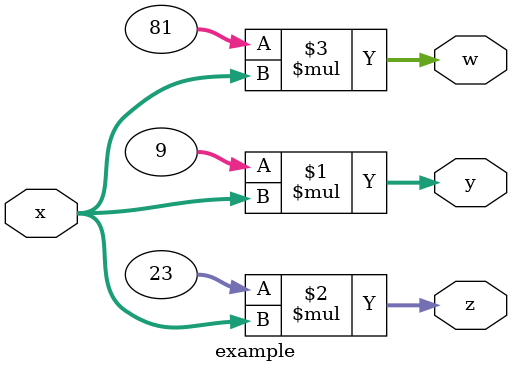
<source format=v>
module example(
    input [31:0] x,
    output [31:0] y,
    output [31:0] z,
    output [31:0] w
);

assign y = 9 * x ;
assign z = 23 * x ;
assign w = 81 * x ;

endmodule
</source>
